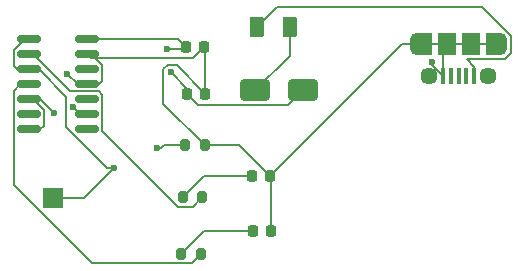
<source format=gbr>
%TF.GenerationSoftware,KiCad,Pcbnew,8.0.6*%
%TF.CreationDate,2025-05-11T15:10:04-04:00*%
%TF.ProjectId,logicprobetool,6c6f6769-6370-4726-9f62-65746f6f6c2e,rev?*%
%TF.SameCoordinates,Original*%
%TF.FileFunction,Copper,L1,Top*%
%TF.FilePolarity,Positive*%
%FSLAX46Y46*%
G04 Gerber Fmt 4.6, Leading zero omitted, Abs format (unit mm)*
G04 Created by KiCad (PCBNEW 8.0.6) date 2025-05-11 15:10:04*
%MOMM*%
%LPD*%
G01*
G04 APERTURE LIST*
G04 Aperture macros list*
%AMRoundRect*
0 Rectangle with rounded corners*
0 $1 Rounding radius*
0 $2 $3 $4 $5 $6 $7 $8 $9 X,Y pos of 4 corners*
0 Add a 4 corners polygon primitive as box body*
4,1,4,$2,$3,$4,$5,$6,$7,$8,$9,$2,$3,0*
0 Add four circle primitives for the rounded corners*
1,1,$1+$1,$2,$3*
1,1,$1+$1,$4,$5*
1,1,$1+$1,$6,$7*
1,1,$1+$1,$8,$9*
0 Add four rect primitives between the rounded corners*
20,1,$1+$1,$2,$3,$4,$5,0*
20,1,$1+$1,$4,$5,$6,$7,0*
20,1,$1+$1,$6,$7,$8,$9,0*
20,1,$1+$1,$8,$9,$2,$3,0*%
G04 Aperture macros list end*
%TA.AperFunction,SMDPad,CuDef*%
%ADD10R,0.400000X1.350000*%
%TD*%
%TA.AperFunction,ComponentPad*%
%ADD11O,1.200000X1.900000*%
%TD*%
%TA.AperFunction,SMDPad,CuDef*%
%ADD12R,1.200000X1.900000*%
%TD*%
%TA.AperFunction,ComponentPad*%
%ADD13C,1.450000*%
%TD*%
%TA.AperFunction,SMDPad,CuDef*%
%ADD14R,1.500000X1.900000*%
%TD*%
%TA.AperFunction,SMDPad,CuDef*%
%ADD15RoundRect,0.150000X-0.825000X-0.150000X0.825000X-0.150000X0.825000X0.150000X-0.825000X0.150000X0*%
%TD*%
%TA.AperFunction,SMDPad,CuDef*%
%ADD16RoundRect,0.200000X-0.200000X-0.275000X0.200000X-0.275000X0.200000X0.275000X-0.200000X0.275000X0*%
%TD*%
%TA.AperFunction,ComponentPad*%
%ADD17R,1.700000X1.700000*%
%TD*%
%TA.AperFunction,SMDPad,CuDef*%
%ADD18RoundRect,0.250000X-0.375000X-0.625000X0.375000X-0.625000X0.375000X0.625000X-0.375000X0.625000X0*%
%TD*%
%TA.AperFunction,SMDPad,CuDef*%
%ADD19RoundRect,0.218750X-0.218750X-0.256250X0.218750X-0.256250X0.218750X0.256250X-0.218750X0.256250X0*%
%TD*%
%TA.AperFunction,SMDPad,CuDef*%
%ADD20RoundRect,0.250000X-1.000000X-0.650000X1.000000X-0.650000X1.000000X0.650000X-1.000000X0.650000X0*%
%TD*%
%TA.AperFunction,SMDPad,CuDef*%
%ADD21RoundRect,0.225000X-0.225000X-0.250000X0.225000X-0.250000X0.225000X0.250000X-0.225000X0.250000X0*%
%TD*%
%TA.AperFunction,ViaPad*%
%ADD22C,0.600000*%
%TD*%
%TA.AperFunction,Conductor*%
%ADD23C,0.200000*%
%TD*%
G04 APERTURE END LIST*
D10*
%TO.P,J1,1,VBUS*%
%TO.N,Net-(J1-VBUS)*%
X80056000Y-29954200D03*
%TO.P,J1,2,D-*%
%TO.N,unconnected-(J1-D--Pad2)*%
X79406000Y-29954200D03*
%TO.P,J1,3,D+*%
%TO.N,unconnected-(J1-D+-Pad3)*%
X78756000Y-29954200D03*
%TO.P,J1,4,ID*%
%TO.N,unconnected-(J1-ID-Pad4)*%
X78106000Y-29954200D03*
%TO.P,J1,5,GND*%
%TO.N,/GND*%
X77456000Y-29954200D03*
D11*
%TO.P,J1,6,Shield*%
X82256000Y-27254200D03*
D12*
X81656000Y-27254200D03*
D13*
X81256000Y-29954200D03*
D14*
X79756000Y-27254200D03*
X77756000Y-27254200D03*
D13*
X76256000Y-29954200D03*
D12*
X75856000Y-27254200D03*
D11*
X75256000Y-27254200D03*
%TD*%
D15*
%TO.P,U1,1*%
%TO.N,Net-(J2-Pin_1)*%
X42362000Y-26819600D03*
%TO.P,U1,2*%
%TO.N,Net-(R2-Pad2)*%
X42362000Y-28089600D03*
%TO.P,U1,3*%
%TO.N,Net-(J2-Pin_1)*%
X42362000Y-29359600D03*
%TO.P,U1,4*%
%TO.N,Net-(R3-Pad2)*%
X42362000Y-30629600D03*
%TO.P,U1,5*%
%TO.N,/GND*%
X42362000Y-31899600D03*
%TO.P,U1,6*%
%TO.N,unconnected-(U1-Pad6)*%
X42362000Y-33169600D03*
%TO.P,U1,7,GND*%
%TO.N,/GND*%
X42362000Y-34439600D03*
%TO.P,U1,8*%
%TO.N,unconnected-(U1-Pad8)*%
X47312000Y-34439600D03*
%TO.P,U1,9*%
%TO.N,/GND*%
X47312000Y-33169600D03*
%TO.P,U1,10*%
%TO.N,unconnected-(U1-Pad10)*%
X47312000Y-31899600D03*
%TO.P,U1,11*%
%TO.N,/GND*%
X47312000Y-30629600D03*
%TO.P,U1,12*%
%TO.N,unconnected-(U1-Pad12)*%
X47312000Y-29359600D03*
%TO.P,U1,13*%
%TO.N,/GND*%
X47312000Y-28089600D03*
%TO.P,U1,14,VCC*%
%TO.N,/+5V*%
X47312000Y-26819600D03*
%TD*%
D16*
%TO.P,R3,1*%
%TO.N,Net-(D3-K)*%
X55271400Y-45008800D03*
%TO.P,R3,2*%
%TO.N,Net-(R3-Pad2)*%
X56921400Y-45008800D03*
%TD*%
%TO.P,R2,1*%
%TO.N,Net-(D2-K)*%
X55398400Y-40208200D03*
%TO.P,R2,2*%
%TO.N,Net-(R2-Pad2)*%
X57048400Y-40208200D03*
%TD*%
%TO.P,R1,1*%
%TO.N,Net-(J2-Pin_1)*%
X55601600Y-35763200D03*
%TO.P,R1,2*%
%TO.N,/GND*%
X57251600Y-35763200D03*
%TD*%
D17*
%TO.P,J2,1,Pin_1*%
%TO.N,Net-(J2-Pin_1)*%
X44373800Y-40259000D03*
%TD*%
D18*
%TO.P,F1,1*%
%TO.N,Net-(J1-VBUS)*%
X61639800Y-25781000D03*
%TO.P,F1,2*%
%TO.N,Net-(D1-K)*%
X64439800Y-25781000D03*
%TD*%
D19*
%TO.P,D3,1,K*%
%TO.N,Net-(D3-K)*%
X61315400Y-43078400D03*
%TO.P,D3,2,A*%
%TO.N,/GND*%
X62890400Y-43078400D03*
%TD*%
%TO.P,D2,1,K*%
%TO.N,Net-(D2-K)*%
X61239200Y-38430200D03*
%TO.P,D2,2,A*%
%TO.N,/GND*%
X62814200Y-38430200D03*
%TD*%
D20*
%TO.P,D1,1,K*%
%TO.N,Net-(D1-K)*%
X61532000Y-31140400D03*
%TO.P,D1,2,A*%
%TO.N,/+5V*%
X65532000Y-31140400D03*
%TD*%
D21*
%TO.P,C2,1*%
%TO.N,/+5V*%
X55727000Y-31419800D03*
%TO.P,C2,2*%
%TO.N,/GND*%
X57277000Y-31419800D03*
%TD*%
%TO.P,C1,1*%
%TO.N,/+5V*%
X55650800Y-27457400D03*
%TO.P,C1,2*%
%TO.N,/GND*%
X57200800Y-27457400D03*
%TD*%
D22*
%TO.N,/GND*%
X76530200Y-28702000D03*
X45618400Y-29718000D03*
X46116800Y-32588200D03*
X44450000Y-33070800D03*
%TO.N,/+5V*%
X54356000Y-29616400D03*
X54051200Y-27609800D03*
%TO.N,Net-(J2-Pin_1)*%
X53187600Y-36017200D03*
X49580800Y-37744400D03*
%TD*%
D23*
%TO.N,/GND*%
X76530200Y-28702000D02*
X76530200Y-29028400D01*
X76530200Y-29028400D02*
X77456000Y-29954200D01*
X79756000Y-27254200D02*
X81656000Y-27254200D01*
X79756000Y-27254200D02*
X77756000Y-27254200D01*
%TO.N,Net-(J1-VBUS)*%
X83156000Y-26531408D02*
X80703792Y-24079200D01*
X82628792Y-28504200D02*
X83156000Y-27976992D01*
X63341600Y-24079200D02*
X61639800Y-25781000D01*
X79431000Y-28504200D02*
X82628792Y-28504200D01*
X80703792Y-24079200D02*
X63341600Y-24079200D01*
X80056000Y-29129200D02*
X79431000Y-28504200D01*
X83156000Y-27976992D02*
X83156000Y-26531408D01*
X80056000Y-29954200D02*
X80056000Y-29129200D01*
%TO.N,/GND*%
X77456000Y-29954200D02*
X77456000Y-27554200D01*
X77456000Y-27554200D02*
X77756000Y-27254200D01*
X77756000Y-27254200D02*
X75856000Y-27254200D01*
X73990200Y-27254200D02*
X75856000Y-27254200D01*
X62814200Y-38430200D02*
X73990200Y-27254200D01*
X54873600Y-29016400D02*
X57277000Y-31419800D01*
X53756000Y-29367871D02*
X54107471Y-29016400D01*
X54107471Y-29016400D02*
X54873600Y-29016400D01*
X53756000Y-32267600D02*
X53756000Y-29367871D01*
X57251600Y-35763200D02*
X53756000Y-32267600D01*
%TO.N,Net-(J2-Pin_1)*%
X41387001Y-29359600D02*
X42362000Y-29359600D01*
X42016448Y-26819600D02*
X41087000Y-27749048D01*
X41087000Y-27749048D02*
X41087000Y-29059599D01*
X42362000Y-26819600D02*
X42016448Y-26819600D01*
X41087000Y-29059599D02*
X41387001Y-29359600D01*
%TO.N,/GND*%
X46530000Y-30629600D02*
X47312000Y-30629600D01*
X45618400Y-29718000D02*
X46530000Y-30629600D01*
X48587000Y-30329599D02*
X48587000Y-29019048D01*
X47657552Y-28089600D02*
X47312000Y-28089600D01*
X48286999Y-30629600D02*
X48587000Y-30329599D01*
X47312000Y-30629600D02*
X48286999Y-30629600D01*
X48587000Y-29019048D02*
X47657552Y-28089600D01*
X43278800Y-31899600D02*
X42362000Y-31899600D01*
X44450000Y-33070800D02*
X43278800Y-31899600D01*
X46698200Y-33169600D02*
X46116800Y-32588200D01*
X47312000Y-33169600D02*
X46698200Y-33169600D01*
%TO.N,/+5V*%
X55498400Y-27609800D02*
X55650800Y-27457400D01*
X55727000Y-30987400D02*
X54356000Y-29616400D01*
X55727000Y-31419800D02*
X55727000Y-30987400D01*
X54051200Y-27609800D02*
X55498400Y-27609800D01*
%TO.N,/GND*%
X57277000Y-27533600D02*
X57200800Y-27457400D01*
X57277000Y-31419800D02*
X57277000Y-27533600D01*
X56268601Y-28389599D02*
X57200800Y-27457400D01*
X47611999Y-28389599D02*
X56268601Y-28389599D01*
X47312000Y-28089600D02*
X47611999Y-28389599D01*
%TO.N,/+5V*%
X55013000Y-26819600D02*
X55650800Y-27457400D01*
X47312000Y-26819600D02*
X55013000Y-26819600D01*
%TO.N,/GND*%
X42707552Y-31899600D02*
X42362000Y-31899600D01*
X43336999Y-34439600D02*
X43637000Y-34139599D01*
X43637000Y-34139599D02*
X43637000Y-32829048D01*
X43637000Y-32829048D02*
X42707552Y-31899600D01*
X42362000Y-34439600D02*
X43336999Y-34439600D01*
%TO.N,Net-(J2-Pin_1)*%
X45516800Y-31673800D02*
X43202600Y-29359600D01*
X49001248Y-37744400D02*
X45516800Y-34259952D01*
X49580800Y-37744400D02*
X49001248Y-37744400D01*
X45516800Y-34259952D02*
X45516800Y-31673800D01*
X43202600Y-29359600D02*
X42362000Y-29359600D01*
X53187600Y-36017200D02*
X53517800Y-36017200D01*
X47066200Y-40259000D02*
X49580800Y-37744400D01*
X53517800Y-36017200D02*
X53771800Y-35763200D01*
X53771800Y-35763200D02*
X55601600Y-35763200D01*
X44373800Y-40259000D02*
X47066200Y-40259000D01*
%TO.N,Net-(R2-Pad2)*%
X45847552Y-31229600D02*
X42707552Y-28089600D01*
X42707552Y-28089600D02*
X42362000Y-28089600D01*
X48587000Y-31559048D02*
X48257552Y-31229600D01*
X48587000Y-34591600D02*
X48587000Y-31559048D01*
X54978600Y-40983200D02*
X48587000Y-34591600D01*
X56273400Y-40983200D02*
X54978600Y-40983200D01*
X57048400Y-40208200D02*
X56273400Y-40983200D01*
X48257552Y-31229600D02*
X45847552Y-31229600D01*
%TO.N,Net-(R3-Pad2)*%
X41071800Y-31191200D02*
X41633400Y-30629600D01*
X41071800Y-39116000D02*
X41071800Y-31191200D01*
X47739600Y-45783800D02*
X41071800Y-39116000D01*
X41633400Y-30629600D02*
X42362000Y-30629600D01*
X56146400Y-45783800D02*
X47739600Y-45783800D01*
X56921400Y-45008800D02*
X56146400Y-45783800D01*
%TO.N,Net-(D3-K)*%
X57201800Y-43078400D02*
X55271400Y-45008800D01*
X61315400Y-43078400D02*
X57201800Y-43078400D01*
%TO.N,Net-(D2-K)*%
X57176400Y-38430200D02*
X55398400Y-40208200D01*
X61239200Y-38430200D02*
X57176400Y-38430200D01*
%TO.N,/GND*%
X60147200Y-35763200D02*
X57251600Y-35763200D01*
X62814200Y-38430200D02*
X60147200Y-35763200D01*
%TO.N,/+5V*%
X56647600Y-32340400D02*
X55727000Y-31419800D01*
X64332000Y-32340400D02*
X56647600Y-32340400D01*
X65532000Y-31140400D02*
X64332000Y-32340400D01*
%TO.N,Net-(D1-K)*%
X64439800Y-28232600D02*
X61532000Y-31140400D01*
X64439800Y-25781000D02*
X64439800Y-28232600D01*
%TO.N,/GND*%
X62890400Y-38506400D02*
X62814200Y-38430200D01*
X62890400Y-43078400D02*
X62890400Y-38506400D01*
%TD*%
M02*

</source>
